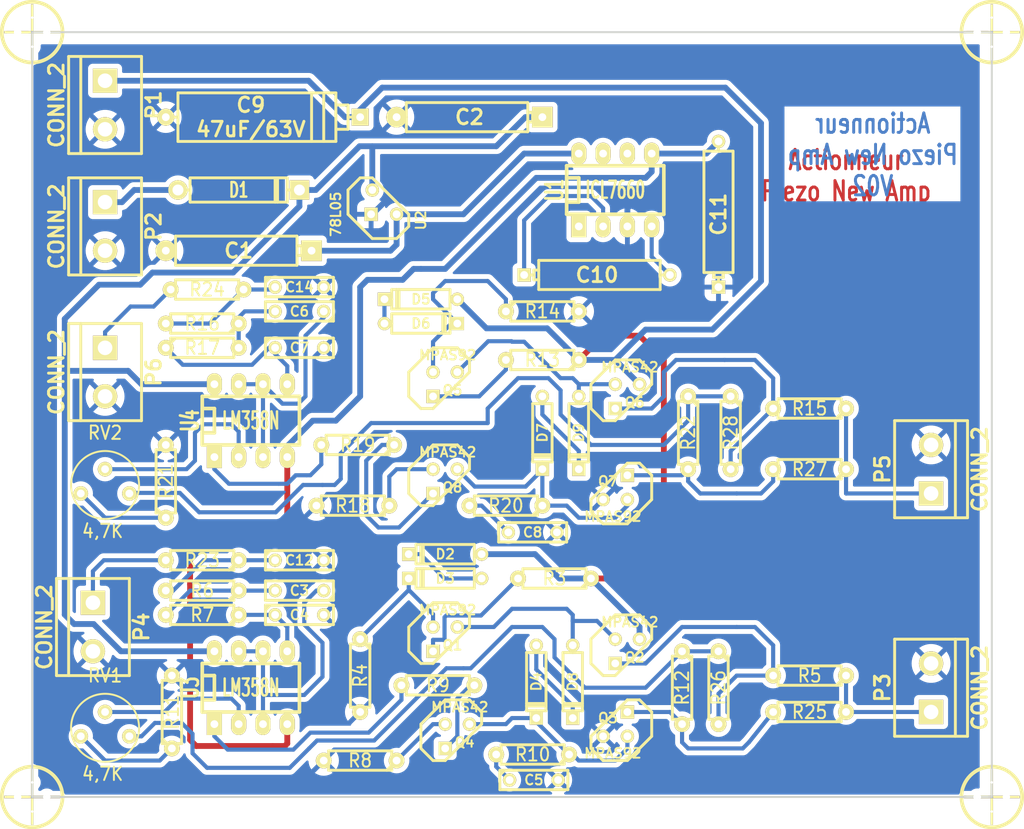
<source format=kicad_pcb>
(kicad_pcb (version 20230620) (generator pcbnew)
  (title_block (title "Actionneur_piezo"))
  (layers (0 "F.Cu" power "Composant") (31 "B.Cu" signal "Cuivre") (34 "B.Paste" user) (35 "F.Paste" user) (36 "B.SilkS" user "B.Silkscreen") (37 "F.SilkS" user "F.Silkscreen") (38 "B.Mask" user) (39 "F.Mask" user) (44 "Edge.Cuts" user))
  (net 0 "")
  (net 1 "+12V")
  (net 2 "-VAA")
  (net 3 "/12Vext")
  (net 4 "/ampli_h1")
  (net 5 "/ampli_h2")
  (net 6 "/ampli_h3")
  (net 7 "/ampli_h4")
  (net 8 "/ampli_h5")
  (net 9 "/ampli_h6")
  (net 10 "/ampli_h7")
  (net 11 "/ampli_h8")
  (net 12 "GND")
  (net 13 "HT")
  (net 14 "N-000005")
  (net 15 "N-000010")
  (net 16 "N-000011")
  (net 17 "N-000012")
  (net 18 "N-000013")
  (net 19 "N-000014")
  (net 20 "N-000015")
  (net 21 "N-000016")
  (net 22 "N-000017")
  (net 23 "N-000018")
  (net 24 "N-000019")
  (net 25 "N-000020")
  (net 26 "N-000021")
  (net 27 "N-000022")
  (net 28 "N-000023")
  (net 29 "N-000024")
  (net 30 "N-000025")
  (net 31 "N-000026")
  (net 32 "N-000027")
  (net 33 "N-000032")
  (net 34 "N-000033")
  (net 35 "N-000034")
  (net 36 "N-000035")
  (net 37 "N-000036")
  (net 38 "N-000037")
  (net 39 "N-000038")
  (net 40 "N-000039")
  (net 41 "N-000040")
  (net 42 "N-000041")
  (net 43 "N-000042")
  (net 44 "N-000043")
  (net 45 "N-000044")
  (net 46 "N-000045")
  (net 47 "N-000046")
  (net 48 "N-000047")
  (net 49 "N-000048")
  (net 50 "VCC")
  (footprint "bornier2" (layer "F.Cu") (at 95.885 59.436 -90)
    (property "Reference" "P1")
    (property "Value" "CONN_2")
  )
  (footprint "bornier2" (layer "F.Cu") (at 182.245 120.396 90)
    (property "Reference" "P3")
    (property "Value" "CONN_2")
  )
  (footprint "C2" (layer "F.Cu") (at 140.589 104.14)
    (property "Reference" "C8")
    (property "Value" "820pF" hide)
  )
  (footprint "C2" (layer "F.Cu") (at 116.205 112.776)
    (property "Reference" "C4")
    (property "Value" "4,7nF" hide)
  )
  (footprint "CP6" (layer "F.Cu") (at 133.985 60.706 180)
    (property "Reference" "C2")
    (property "Value" "47uF/20V" hide)
  )
  (footprint "CP8" (layer "F.Cu") (at 112.395 60.706 180)
    (property "Reference" "C9")
    (property "Value" "47uF/63V")
  )
  (footprint "C2" (layer "F.Cu") (at 140.716 130.048)
    (property "Reference" "C5")
    (property "Value" "820pF" hide)
  )
  (footprint "C2" (layer "F.Cu") (at 116.205 110.236 180)
    (property "Reference" "C3")
    (property "Value" "15nF" hide)
  )
  (footprint "C2" (layer "F.Cu") (at 116.205 81.026 180)
    (property "Reference" "C6")
    (property "Value" "15nF" hide)
  )
  (footprint "CP6" (layer "F.Cu") (at 109.855 74.676 180)
    (property "Reference" "C1")
    (property "Value" "47uF" hide)
  )
  (footprint "C2" (layer "F.Cu") (at 116.205 84.836)
    (property "Reference" "C7")
    (property "Value" "4,7nF" hide)
  )
  (footprint "D3" (layer "F.Cu") (at 128.905 82.296)
    (property "Reference" "D6")
    (property "Value" "1N4148" hide)
  )
  (footprint "D3" (layer "F.Cu") (at 140.97 119.761 -90)
    (property "Reference" "D4")
    (property "Value" "1N4148" hide)
  )
  (footprint "D3" (layer "F.Cu") (at 131.445 108.966 180)
    (property "Reference" "D3")
    (property "Value" "1N4148" hide)
  )
  (footprint "D3" (layer "F.Cu") (at 131.445 106.426 180)
    (property "Reference" "D2")
    (property "Value" "1N4148" hide)
  )
  (footprint "D5" (layer "F.Cu") (at 109.855 68.326)
    (property "Reference" "D1")
    (property "Value" "1N4007" hide)
  )
  (footprint "D3" (layer "F.Cu") (at 141.605 93.726 -90)
    (property "Reference" "D7")
    (property "Value" "1N4148" hide)
  )
  (footprint "D3" (layer "F.Cu") (at 128.905 79.756 180)
    (property "Reference" "D5")
    (property "Value" "1N4148" hide)
  )
  (footprint "LM78LXX" (layer "F.Cu") (at 125.095 69.596 90)
    (property "Reference" "U2")
    (property "Value" "78L05")
  )
  (footprint "R3-LARGE_PADS" (layer "F.Cu") (at 156.21 120.396 -90)
    (property "Reference" "R12")
    (property "Value" "220K" hide)
  )
  (footprint "R3-LARGE_PADS" (layer "F.Cu") (at 106.045 84.836)
    (property "Reference" "R17")
    (property "Value" "22K" hide)
  )
  (footprint "R3-LARGE_PADS" (layer "F.Cu") (at 142.875 108.966 180)
    (property "Reference" "R3")
    (property "Value" "470" hide)
  )
  (footprint "R3-LARGE_PADS" (layer "F.Cu") (at 121.793 101.346 180)
    (property "Reference" "R18")
    (property "Value" "1K" hide)
  )
  (footprint "R3-LARGE_PADS" (layer "F.Cu") (at 169.545 119.126 180)
    (property "Reference" "R5")
    (property "Value" "47" hide)
  )
  (footprint "R3-LARGE_PADS" (layer "F.Cu") (at 122.555 128.016 180)
    (property "Reference" "R8")
    (property "Value" "1K" hide)
  )
  (footprint "R3-LARGE_PADS" (layer "F.Cu") (at 141.605 86.106 180)
    (property "Reference" "R13")
    (property "Value" "470" hide)
  )
  (footprint "R3-LARGE_PADS" (layer "F.Cu") (at 156.845 93.726 -90)
    (property "Reference" "R22")
    (property "Value" "220K" hide)
  )
  (footprint "R3-LARGE_PADS" (layer "F.Cu") (at 102.87 122.936 90)
    (property "Reference" "R11")
    (property "Value" "4,7K" hide)
  )
  (footprint "R3-LARGE_PADS" (layer "F.Cu") (at 106.045 110.236 180)
    (property "Reference" "R6")
    (property "Value" "22K" hide)
  )
  (footprint "R3-LARGE_PADS" (layer "F.Cu") (at 102.235 98.806 90)
    (property "Reference" "R21")
    (property "Value" "4,7K" hide)
  )
  (footprint "R3-LARGE_PADS" (layer "F.Cu") (at 106.045 82.296 180)
    (property "Reference" "R16")
    (property "Value" "22K" hide)
  )
  (footprint "R3-LARGE_PADS" (layer "F.Cu") (at 122.301 94.996 180)
    (property "Reference" "R19")
    (property "Value" "1K" hide)
  )
  (footprint "R3-LARGE_PADS" (layer "F.Cu") (at 140.589 127.381 180)
    (property "Reference" "R10")
    (property "Value" "5,6K" hide)
  )
  (footprint "R3-LARGE_PADS" (layer "F.Cu") (at 137.795 101.346 180)
    (property "Reference" "R20")
    (property "Value" "5,6K" hide)
  )
  (footprint "R3-LARGE_PADS" (layer "F.Cu") (at 122.555 119.126 -90)
    (property "Reference" "R4")
    (property "Value" "220K" hide)
  )
  (footprint "R3-LARGE_PADS" (layer "F.Cu") (at 106.045 112.776 180)
    (property "Reference" "R7")
    (property "Value" "22K" hide)
  )
  (footprint "TO92-CBE" (layer "F.Cu") (at 149.225 124.206 180)
    (property "Reference" "Q3")
    (property "Value" "MPAS92")
  )
  (footprint "TO92-CBE" (layer "F.Cu") (at 131.445 88.646)
    (property "Reference" "Q5")
    (property "Value" "MPAS92")
  )
  (footprint "TO92-CBE" (layer "F.Cu") (at 149.225 99.441 180)
    (property "Reference" "Q7")
    (property "Value" "MPAS92")
  )
  (footprint "TO92-CBE" (layer "F.Cu") (at 150.495 89.916)
    (property "Reference" "Q6")
    (property "Value" "MPAS42")
  )
  (footprint "TO92-CBE" (layer "F.Cu") (at 131.445 115.316)
    (property "Reference" "Q1")
    (property "Value" "MPAS92")
  )
  (footprint "TO92-CBE" (layer "F.Cu") (at 150.495 116.586)
    (property "Reference" "Q2")
    (property "Value" "MPAS42")
  )
  (footprint "TO92-CBE" (layer "F.Cu") (at 132.715 125.476)
    (property "Reference" "Q4")
    (property "Value" "MPAS42")
  )
  (footprint "TO92-CBE" (layer "F.Cu") (at 131.445 98.806)
    (property "Reference" "Q8")
    (property "Value" "MPAS42")
  )
  (footprint "bornier2" (layer "F.Cu") (at 95.885 72.136 -90)
    (property "Reference" "P2")
    (property "Value" "CONN_2")
  )
  (footprint "DIP-8__300_ELL" (layer "F.Cu") (at 149.225 68.326)
    (property "Reference" "U1")
    (property "Value" "ICL7660")
  )
  (footprint "DIP-8__300_ELL" (layer "F.Cu") (at 111.125 92.456)
    (property "Reference" "U4")
    (property "Value" "LM358N")
  )
  (footprint "bornier2" (layer "F.Cu") (at 94.615 114.046 -90)
    (property "Reference" "P4")
    (property "Value" "CONN_2")
  )
  (footprint "bornier2" (layer "F.Cu") (at 182.245 97.536 90)
    (property "Reference" "P5")
    (property "Value" "CONN_2")
  )
  (footprint "bornier2" (layer "F.Cu") (at 95.885 87.376 -90)
    (property "Reference" "P6")
    (property "Value" "CONN_2")
  )
  (footprint "DIP-8__300_ELL" (layer "F.Cu") (at 111.125 120.396)
    (property "Reference" "U3")
    (property "Value" "LM358N")
  )
  (footprint "R3-LARGE_PADS" (layer "F.Cu") (at 130.683 120.142 180)
    (property "Reference" "R9")
    (property "Value" "1K" hide)
  )
  (footprint "R3-LARGE_PADS" (layer "F.Cu") (at 169.545 91.186 180)
    (property "Reference" "R15")
    (property "Value" "47" hide)
  )
  (footprint "RV2" (layer "F.Cu") (at 95.885 124.206)
    (property "Reference" "RV1")
    (property "Value" "4,7K")
  )
  (footprint "RV2" (layer "F.Cu") (at 95.885 98.806)
    (property "Reference" "RV2")
    (property "Value" "4,7K")
  )
  (footprint "MIRE" (layer "F.Cu") (at 188.595 51.816)
    (property "Reference" "MIRE" hide)
    (property "Value" "*" hide)
  )
  (footprint "MIRE" (layer "F.Cu") (at 88.265 51.816)
    (property "Reference" "MIRE" hide)
    (property "Value" "*" hide)
  )
  (footprint "MIRE" (layer "F.Cu") (at 88.265 131.826)
    (property "Reference" "MIRE" hide)
    (property "Value" "*" hide)
  )
  (footprint "MIRE" (layer "F.Cu") (at 188.595 131.826)
    (property "Reference" "MIRE" hide)
    (property "Value" "*" hide)
  )
  (footprint "CP6" (layer "F.Cu") (at 147.32 77.216)
    (property "Reference" "C10")
    (property "Value" "10uF" hide)
  )
  (footprint "CP6" (layer "F.Cu") (at 160.02 70.866 90)
    (property "Reference" "C11")
    (property "Value" "10uF" hide)
  )
  (footprint "R3-LARGE_PADS" (layer "F.Cu") (at 141.605 81.026)
    (property "Reference" "R14")
    (property "Value" "220K" hide)
  )
  (footprint "C2" (layer "F.Cu") (at 116.205 78.486)
    (property "Reference" "C14")
    (property "Value" "150nF" hide)
  )
  (footprint "C2" (layer "F.Cu") (at 116.205 107.061)
    (property "Reference" "C12")
    (property "Value" "150nF" hide)
  )
  (footprint "R3-LARGE_PADS" (layer "F.Cu") (at 106.045 107.061 180)
    (property "Reference" "R23")
    (property "Value" "1K" hide)
  )
  (footprint "R3-LARGE_PADS" (layer "F.Cu") (at 106.553 78.74 180)
    (property "Reference" "R24")
    (property "Value" "1K" hide)
  )
  (footprint "D3" (layer "F.Cu") (at 145.415 93.726 -90)
    (property "Reference" "D9")
    (property "Value" "1N4148" hide)
  )
  (footprint "D3" (layer "F.Cu") (at 144.78 119.761 -90)
    (property "Reference" "D8")
    (property "Value" "1N4148" hide)
  )
  (footprint "R3-LARGE_PADS" (layer "F.Cu") (at 169.545 122.936 180)
    (property "Reference" "R25")
    (property "Value" "47" hide)
  )
  (footprint "R3-LARGE_PADS" (layer "F.Cu") (at 160.02 120.396 -90)
    (property "Reference" "R26")
    (property "Value" "220K" hide)
  )
  (footprint "R3-LARGE_PADS" (layer "F.Cu") (at 169.545 97.536 180)
    (property "Reference" "R27")
    (property "Value" "47" hide)
  )
  (footprint "R3-LARGE_PADS" (layer "F.Cu") (at 161.29 93.726 -90)
    (property "Reference" "R28")
    (property "Value" "220K" hide)
  )
  (gr_line (start 88.265 51.816) (end 188.595 51.816) (stroke (width 0.2032)) (layer "Edge.Cuts"))
  (gr_line (start 88.265 131.826) (end 88.265 51.816) (stroke (width 0.2032)) (layer "Edge.Cuts"))
  (gr_line (start 188.595 131.826) (end 88.265 131.826) (stroke (width 0.2032)) (layer "Edge.Cuts"))
  (gr_line (start 188.595 51.816) (end 188.595 131.826) (stroke (width 0.2032)) (layer "Edge.Cuts"))
  (gr_text "Actionneur\nPiezo New Amp\nV02" (at 173.355 68.453 0) (layer "F.Cu") (effects (font (size 2.032 1.524) (thickness 0.3048))))
  (gr_text "Actionneur\nPiezo New Amp\nV02" (at 176.149 64.643 0) (layer "B.Cu") (effects (font (size 2.032 1.524) (thickness 0.3048)) (justify mirror)))
  (segment (start 116.205 70.03542) (end 109.27842 76.962) (width 0.6096) (layer "B.Cu") (net 1))
  (segment (start 94.68866 113.73358) (end 92.64904 113.73358) (width 0.6096) (layer "B.Cu") (net 1))
  (segment (start 100.838 76.962) (end 109.27842 76.962) (width 0.6096) (layer "B.Cu") (net 1))
  (segment (start 91.6686 87.249) (end 98.298 87.249) (width 0.6096) (layer "B.Cu") (net 1))
  (segment (start 97.54108 116.586) (end 94.68866 113.73358) (width 0.6096) (layer "B.Cu") (net 1))
  (segment (start 91.6686 81.8134) (end 95.25 78.232) (width 0.6096) (layer "B.Cu") (net 1))
  (segment (start 116.205 68.326) (end 117.91442 68.326) (width 0.6096) (layer "B.Cu") (net 1))
  (segment (start 99.695 88.646) (end 107.315 88.646) (width 0.6096) (layer "B.Cu") (net 1))
  (segment (start 123.825 68.326) (end 123.825 63.74892) (width 0.6096) (layer "B.Cu") (net 1))
  (segment (start 116.205 68.326) (end 116.205 70.03542) (width 0.6096) (layer "B.Cu") (net 1))
  (segment (start 91.6686 112.75314) (end 91.6686 87.249) (width 0.6096) (layer "B.Cu") (net 1))
  (segment (start 136.78916 63.74892) (end 139.83208 60.706) (width 0.6096) (layer "B.Cu") (net 1))
  (segment (start 98.298 87.249) (end 99.695 88.646) (width 0.6096) (layer "B.Cu") (net 1))
  (segment (start 123.825 63.74892) (end 136.78916 63.74892) (width 0.6096) (layer "B.Cu") (net 1))
  (segment (start 99.568 78.232) (end 100.838 76.962) (width 0.6096) (layer "B.Cu") (net 1))
  (segment (start 141.605 60.706) (end 139.83208 60.706) (width 0.6096) (layer "B.Cu") (net 1))
  (segment (start 117.91442 68.326) (end 122.4915 63.74892) (width 0.6096) (layer "B.Cu") (net 1))
  (segment (start 92.64904 113.73358) (end 91.6686 112.75314) (width 0.6096) (layer "B.Cu") (net 1))
  (segment (start 95.25 78.232) (end 99.568 78.232) (width 0.6096) (layer "B.Cu") (net 1))
  (segment (start 122.4915 63.74892) (end 123.825 63.74892) (width 0.6096) (layer "B.Cu") (net 1))
  (segment (start 91.6686 85.4837) (end 91.6686 81.8134) (width 0.6096) (layer "B.Cu") (net 1))
  (segment (start 107.315 116.586) (end 97.54108 116.586) (width 0.6096) (layer "B.Cu") (net 1))
  (segment (start 91.6686 87.249) (end 91.6686 85.4837) (width 0.6096) (layer "B.Cu") (net 1))
  (segment (start 114.935 126.238) (end 114.935 124.206) (width 0.6096) (layer "F.Cu") (net 2))
  (segment (start 104.775 106.807) (end 104.775 109.601) (width 0.6096) (layer "F.Cu") (net 2))
  (segment (start 107.061 104.521) (end 104.775 106.807) (width 0.6096) (layer "F.Cu") (net 2))
  (segment (start 112.776 104.521) (end 107.061 104.521) (width 0.6096) (layer "F.Cu") (net 2))
  (segment (start 114.935 96.266) (end 114.935 102.108) (width 0.6096) (layer "F.Cu") (net 2))
  (segment (start 104.775 109.601) (end 104.775 125.857) (width 0.6096) (layer "F.Cu") (net 2))
  (segment (start 105.41 126.492) (end 104.775 125.857) (width 0.6096) (layer "F.Cu") (net 2))
  (segment (start 114.935 102.108) (end 114.935 102.362) (width 0.6096) (layer "F.Cu") (net 2))
  (segment (start 114.681 126.492) (end 114.935 126.238) (width 0.6096) (layer "F.Cu") (net 2))
  (segment (start 114.935 102.362) (end 112.776 104.521) (width 0.6096) (layer "F.Cu") (net 2))
  (segment (start 113.411 126.492) (end 114.681 126.492) (width 0.6096) (layer "F.Cu") (net 2))
  (segment (start 113.411 126.492) (end 105.41 126.492) (width 0.6096) (layer "F.Cu") (net 2))
  (segment (start 153.035 64.516) (end 158.75 64.516) (width 0.6096) (layer "B.Cu") (net 2))
  (segment (start 114.935 95.123) (end 117.602 92.456) (width 0.6096) (layer "B.Cu") (net 2))
  (segment (start 128.143 76.581) (end 127 77.724) (width 0.6096) (layer "B.Cu") (net 2))
  (segment (start 123.317 77.724) (end 122.555 78.486) (width 0.6096) (layer "B.Cu") (net 2))
  (segment (start 114.935 96.266) (end 114.935 95.123) (width 0.6096) (layer "B.Cu") (net 2))
  (segment (start 152.4 67.056) (end 153.035 66.421) (width 0.6096) (layer "B.Cu") (net 2))
  (segment (start 153.035 66.421) (end 153.035 64.516) (width 0.6096) (layer "B.Cu") (net 2))
  (segment (start 120.015 92.456) (end 122.555 89.916) (width 0.6096) (layer "B.Cu") (net 2))
  (segment (start 117.602 92.456) (end 120.015 92.456) (width 0.6096) (layer "B.Cu") (net 2))
  (segment (start 122.555 89.916) (end 122.555 78.486) (width 0.6096) (layer "B.Cu") (net 2))
  (segment (start 131.445 76.581) (end 140.97 67.056) (width 0.6096) (layer "B.Cu") (net 2))
  (segment (start 128.905 76.581) (end 128.143 76.581) (width 0.6096) (layer "B.Cu") (net 2))
  (segment (start 140.97 67.056) (end 152.4 67.056) (width 0.6096) (layer "B.Cu") (net 2))
  (segment (start 127 77.724) (end 123.317 77.724) (width 0.6096) (layer "B.Cu") (net 2))
  (segment (start 158.75 64.516) (end 160.02 63.246) (width 0.6096) (layer "B.Cu") (net 2))
  (segment (start 128.905 76.581) (end 131.445 76.581) (width 0.6096) (layer "B.Cu") (net 2))
  (segment (start 98.92792 68.326) (end 97.65792 69.596) (width 0.6096) (layer "B.Cu") (net 3))
  (segment (start 103.505 68.326) (end 98.92792 68.326) (width 0.6096) (layer "B.Cu") (net 3))
  (segment (start 95.885 69.596) (end 97.65792 69.596) (width 0.6096) (layer "B.Cu") (net 3))
  (segment (start 118.618 119.253) (end 116.713 121.158) (width 0.4318) (layer "B.Cu") (net 4))
  (segment (start 112.395 124.206) (end 112.395 121.158) (width 0.4318) (layer "B.Cu") (net 4))
  (segment (start 116.713 121.158) (end 112.395 121.158) (width 0.4318) (layer "B.Cu") (net 4))
  (segment (start 116.713 112.522) (end 116.713 113.792) (width 0.4318) (layer "B.Cu") (net 4))
  (segment (start 117.983 110.236) (end 116.713 111.506) (width 0.4318) (layer "B.Cu") (net 4))
  (segment (start 112.395 116.586) (end 109.855 116.586) (width 0.4318) (layer "B.Cu") (net 4))
  (segment (start 118.618 115.697) (end 118.618 119.253) (width 0.4318) (layer "B.Cu") (net 4))
  (segment (start 112.395 121.158) (end 112.395 116.586) (width 0.4318) (layer "B.Cu") (net 4))
  (segment (start 118.745 110.236) (end 117.983 110.236) (width 0.4318) (layer "B.Cu") (net 4))
  (segment (start 116.713 111.506) (end 116.713 112.522) (width 0.4318) (layer "B.Cu") (net 4))
  (segment (start 116.713 113.792) (end 118.618 115.697) (width 0.4318) (layer "B.Cu") (net 4))
  (segment (start 116.84 83.566) (end 116.84 89.916) (width 0.4318) (layer "B.Cu") (net 5))
  (segment (start 109.855 88.646) (end 112.395 88.646) (width 0.4318) (layer "B.Cu") (net 5))
  (segment (start 116.078 90.678) (end 114.427 90.678) (width 0.4318) (layer "B.Cu") (net 5))
  (segment (start 112.395 88.646) (end 112.395 96.266) (width 0.4318) (layer "B.Cu") (net 5))
  (segment (start 118.745 81.661) (end 116.84 83.566) (width 0.4318) (layer "B.Cu") (net 5))
  (segment (start 114.427 90.678) (end 112.395 88.646) (width 0.4318) (layer "B.Cu") (net 5))
  (segment (start 116.84 89.916) (end 116.078 90.678) (width 0.4318) (layer "B.Cu") (net 5))
  (segment (start 118.745 81.026) (end 118.745 81.661) (width 0.4318) (layer "B.Cu") (net 5))
  (segment (start 173.355 122.936) (end 173.355 119.126) (width 0.4318) (layer "B.Cu") (net 6))
  (segment (start 173.355 122.936) (end 182.245 122.936) (width 0.4318) (layer "B.Cu") (net 6))
  (segment (start 95.758 107.061) (end 102.235 107.061) (width 0.4318) (layer "B.Cu") (net 7))
  (segment (start 94.615 111.506) (end 94.615 108.204) (width 0.4318) (layer "B.Cu") (net 7))
  (segment (start 94.615 108.204) (end 95.758 107.061) (width 0.4318) (layer "B.Cu") (net 7))
  (segment (start 173.355 97.536) (end 173.355 100.076) (width 0.4318) (layer "B.Cu") (net 8))
  (segment (start 173.355 100.076) (end 182.245 100.076) (width 0.4318) (layer "B.Cu") (net 8))
  (segment (start 173.355 97.536) (end 173.355 91.186) (width 0.4318) (layer "B.Cu") (net 8))
  (segment (start 95.885 84.836) (end 95.885 83.185) (width 0.4318) (layer "B.Cu") (net 9))
  (segment (start 98.552 80.518) (end 100.965 80.518) (width 0.4318) (layer "B.Cu") (net 9))
  (segment (start 95.885 83.185) (end 98.552 80.518) (width 0.4318) (layer "B.Cu") (net 9))
  (segment (start 100.965 80.518) (end 102.743 78.74) (width 0.4318) (layer "B.Cu") (net 9))
  (segment (start 118.0465 125.9205) (end 117.221 126.746) (width 0.4318) (layer "B.Cu") (net 10))
  (segment (start 101.092 124.079) (end 103.886 124.079) (width 0.4318) (layer "B.Cu") (net 10))
  (segment (start 98.425 125.476) (end 99.695 125.476) (width 0.4318) (layer "B.Cu") (net 10))
  (segment (start 142.875 115.316) (end 142.875 117.221) (width 0.4318) (layer "B.Cu") (net 10))
  (segment (start 138.43 114.046) (end 141.605 114.046) (width 0.4318) (layer "B.Cu") (net 10))
  (segment (start 103.886 124.079) (end 105.029 125.222) (width 0.4318) (layer "B.Cu") (net 10))
  (segment (start 124.0155 125.9205) (end 131.572 118.364) (width 0.4318) (layer "B.Cu") (net 10))
  (segment (start 134.112 118.364) (end 138.43 114.046) (width 0.4318) (layer "B.Cu") (net 10))
  (segment (start 142.875 117.221) (end 146.05 120.396) (width 0.4318) (layer "B.Cu") (net 10))
  (segment (start 117.221 126.746) (end 115.189 128.778) (width 0.4318) (layer "B.Cu") (net 10))
  (segment (start 124.0155 125.9205) (end 118.0465 125.9205) (width 0.4318) (layer "B.Cu") (net 10))
  (segment (start 133.35 118.364) (end 134.112 118.364) (width 0.4318) (layer "B.Cu") (net 10))
  (segment (start 160.02 116.586) (end 156.21 116.586) (width 0.4318) (layer "B.Cu") (net 10))
  (segment (start 152.4 120.396) (end 146.05 120.396) (width 0.4318) (layer "B.Cu") (net 10))
  (segment (start 106.553 128.778) (end 105.029 127.254) (width 0.4318) (layer "B.Cu") (net 10))
  (segment (start 99.695 125.476) (end 101.092 124.079) (width 0.4318) (layer "B.Cu") (net 10))
  (segment (start 141.605 114.046) (end 142.875 115.316) (width 0.4318) (layer "B.Cu") (net 10))
  (segment (start 115.189 128.778) (end 106.553 128.778) (width 0.4318) (layer "B.Cu") (net 10))
  (segment (start 131.572 118.364) (end 133.35 118.364) (width 0.4318) (layer "B.Cu") (net 10))
  (segment (start 152.4 120.396) (end 156.21 116.586) (width 0.4318) (layer "B.Cu") (net 10))
  (segment (start 105.029 125.222) (end 105.029 127.254) (width 0.4318) (layer "B.Cu") (net 10))
  (segment (start 143.51 89.281) (end 143.51 91.821) (width 0.4318) (layer "B.Cu") (net 11))
  (segment (start 142.24 88.011) (end 143.51 89.281) (width 0.4318) (layer "B.Cu") (net 11))
  (segment (start 120.523 95.885) (end 120.523 98.552) (width 0.4318) (layer "B.Cu") (net 11))
  (segment (start 105.7275 102.0445) (end 103.69804 100.01504) (width 0.4318) (layer "B.Cu") (net 11))
  (segment (start 135.89 92.71) (end 123.698 92.71) (width 0.4318) (layer "B.Cu") (net 11))
  (segment (start 116.586 99.187) (end 116.078 99.695) (width 0.4318) (layer "B.Cu") (net 11))
  (segment (start 143.51 91.821) (end 146.685 94.996) (width 0.4318) (layer "B.Cu") (net 11))
  (segment (start 135.89 91.186) (end 139.065 88.011) (width 0.4318) (layer "B.Cu") (net 11))
  (segment (start 105.7275 102.0445) (end 113.7285 102.0445) (width 0.4318) (layer "B.Cu") (net 11))
  (segment (start 118.618 99.187) (end 116.586 99.187) (width 0.4318) (layer "B.Cu") (net 11))
  (segment (start 156.845 89.916) (end 156.845 92.456) (width 0.4318) (layer "B.Cu") (net 11))
  (segment (start 156.845 89.916) (end 161.29 89.916) (width 0.4318) (layer "B.Cu") (net 11))
  (segment (start 113.7285 102.0445) (end 116.078 99.695) (width 0.4318) (layer "B.Cu") (net 11))
  (segment (start 98.425 100.076) (end 98.48596 100.01504) (width 0.4318) (layer "B.Cu") (net 11))
  (segment (start 119.888 99.187) (end 120.523 98.552) (width 0.4318) (layer "B.Cu") (net 11))
  (segment (start 118.618 99.187) (end 119.888 99.187) (width 0.4318) (layer "B.Cu") (net 11))
  (segment (start 135.89 92.71) (end 135.89 91.186) (width 0.4318) (layer "B.Cu") (net 11))
  (segment (start 156.845 92.456) (end 154.305 94.996) (width 0.4318) (layer "B.Cu") (net 11))
  (segment (start 123.698 92.71) (end 120.523 95.885) (width 0.4318) (layer "B.Cu") (net 11))
  (segment (start 98.48596 100.01504) (end 103.69804 100.01504) (width 0.4318) (layer "B.Cu") (net 11))
  (segment (start 154.305 94.996) (end 146.685 94.996) (width 0.4318) (layer "B.Cu") (net 11))
  (segment (start 139.065 88.011) (end 142.24 88.011) (width 0.4318) (layer "B.Cu") (net 11))
  (segment (start 151.765 68.961) (end 156.21 68.961) (width 0.6096) (layer "B.Cu") (net 12))
  (segment (start 150.495 72.136) (end 150.495 70.231) (width 0.6096) (layer "B.Cu") (net 12))
  (segment (start 156.21 68.961) (end 160.02 72.771) (width 0.6096) (layer "B.Cu") (net 12))
  (segment (start 150.495 70.231) (end 151.765 68.961) (width 0.6096) (layer "B.Cu") (net 12))
  (segment (start 123.825 70.866) (end 125.73 68.961) (width 0.6096) (layer "B.Cu") (net 12))
  (segment (start 123.698 70.866) (end 123.825 70.866) (width 0.6096) (layer "B.Cu") (net 12))
  (segment (start 160.02 72.771) (end 160.02 78.486) (width 0.6096) (layer "B.Cu") (net 12))
  (segment (start 151.765 108.966) (end 146.685 108.966) (width 0.6096) (layer "F.Cu") (net 13))
  (segment (start 147.955 83.566) (end 151.765 83.566) (width 0.6096) (layer "F.Cu") (net 13))
  (segment (start 145.415 86.106) (end 147.955 83.566) (width 0.6096) (layer "F.Cu") (net 13))
  (segment (start 151.765 83.566) (end 154.305 86.106) (width 0.6096) (layer "F.Cu") (net 13))
  (segment (start 154.305 86.106) (end 154.305 106.426) (width 0.6096) (layer "F.Cu") (net 13))
  (segment (start 154.305 106.426) (end 151.765 108.966) (width 0.6096) (layer "F.Cu") (net 13))
  (segment (start 160.74136 57.61736) (end 164.465 61.341) (width 0.6096) (layer "B.Cu") (net 13))
  (segment (start 140.716 106.426) (end 140.843 106.426) (width 0.6096) (layer "B.Cu") (net 13))
  (segment (start 151.765 88.646) (end 149.225 86.106) (width 0.6096) (layer "B.Cu") (net 13))
  (segment (start 121.76506 60.706) (end 124.8537 57.61736) (width 0.6096) (layer "B.Cu") (net 13))
  (segment (start 124.8537 57.61736) (end 160.74136 57.61736) (width 0.6096) (layer "B.Cu") (net 13))
  (segment (start 149.225 86.106) (end 145.415 86.106) (width 0.6096) (layer "B.Cu") (net 13))
  (segment (start 140.843 106.426) (end 143.383 108.966) (width 0.6096) (layer "B.Cu") (net 13))
  (segment (start 152.4 82.931) (end 149.225 86.106) (width 0.6096) (layer "B.Cu") (net 13))
  (segment (start 164.465 61.341) (end 164.465 77.851) (width 0.6096) (layer "B.Cu") (net 13))
  (segment (start 132.715 79.756) (end 135.76046 82.80146) (width 0.6096) (layer "B.Cu") (net 13))
  (segment (start 143.383 108.966) (end 146.685 108.966) (width 0.6096) (layer "B.Cu") (net 13))
  (segment (start 122.555 60.706) (end 121.76506 60.706) (width 0.6096) (layer "B.Cu") (net 13))
  (segment (start 121.76506 60.706) (end 120.97258 60.706) (width 0.6096) (layer "B.Cu") (net 13))
  (segment (start 151.765 115.316) (end 151.765 114.04854) (width 0.6096) (layer "B.Cu") (net 13))
  (segment (start 164.465 77.851) (end 159.385 82.931) (width 0.6096) (layer "B.Cu") (net 13))
  (segment (start 159.385 82.931) (end 152.4 82.931) (width 0.6096) (layer "B.Cu") (net 13))
  (segment (start 117.16258 56.896) (end 95.885 56.896) (width 0.6096) (layer "B.Cu") (net 13))
  (segment (start 120.97258 60.706) (end 117.16258 56.896) (width 0.6096) (layer "B.Cu") (net 13))
  (segment (start 135.255 106.426) (end 140.716 106.426) (width 0.6096) (layer "B.Cu") (net 13))
  (segment (start 135.76046 82.80146) (end 142.11046 82.80146) (width 0.6096) (layer "B.Cu") (net 13))
  (segment (start 142.11046 82.80146) (end 145.415 86.106) (width 0.6096) (layer "B.Cu") (net 13))
  (segment (start 151.765 114.04854) (end 150.93696 113.21542) (width 0.6096) (layer "B.Cu") (net 13))
  (segment (start 146.685 108.966) (end 150.93696 113.21542) (width 0.6096) (layer "B.Cu") (net 13))
  (segment (start 153.035 72.136) (end 153.035 75.311) (width 0.4318) (layer "B.Cu") (net 14))
  (segment (start 153.035 75.311) (end 154.94 77.216) (width 0.4318) (layer "B.Cu") (net 14))
  (segment (start 146.685 68.961) (end 147.955 70.231) (width 0.4318) (layer "B.Cu") (net 15))
  (segment (start 139.7 71.501) (end 142.24 68.961) (width 0.4318) (layer "B.Cu") (net 15))
  (segment (start 139.7 77.216) (end 139.7 71.501) (width 0.4318) (layer "B.Cu") (net 15))
  (segment (start 147.955 70.231) (end 147.955 72.136) (width 0.4318) (layer "B.Cu") (net 15))
  (segment (start 142.24 68.961) (end 146.685 68.961) (width 0.4318) (layer "B.Cu") (net 15))
  (segment (start 132.715 125.476) (end 131.445 126.746) (width 0.4318) (layer "B.Cu") (net 16))
  (segment (start 134.493 120.142) (end 134.112 120.142) (width 0.4318) (layer "B.Cu") (net 16))
  (segment (start 132.715 121.539) (end 132.715 125.476) (width 0.4318) (layer "B.Cu") (net 16))
  (segment (start 134.112 120.142) (end 132.715 121.539) (width 0.4318) (layer "B.Cu") (net 16))
  (segment (start 131.37642 108.966) (end 128.83642 106.426) (width 0.4318) (layer "B.Cu") (net 17))
  (segment (start 127.635 106.426) (end 128.83642 106.426) (width 0.4318) (layer "B.Cu") (net 17))
  (segment (start 135.255 108.966) (end 131.37642 108.966) (width 0.4318) (layer "B.Cu") (net 17))
  (segment (start 104.775 110.236) (end 109.855 110.236) (width 0.4318) (layer "B.Cu") (net 18))
  (segment (start 102.235 112.776) (end 104.775 110.236) (width 0.4318) (layer "B.Cu") (net 18))
  (segment (start 113.665 110.236) (end 109.855 110.236) (width 0.4318) (layer "B.Cu") (net 18))
  (segment (start 109.855 107.061) (end 113.665 107.061) (width 0.4318) (layer "B.Cu") (net 19))
  (segment (start 106.172 107.061) (end 109.855 107.061) (width 0.4318) (layer "B.Cu") (net 19))
  (segment (start 102.997 110.236) (end 106.172 107.061) (width 0.4318) (layer "B.Cu") (net 19))
  (segment (start 102.235 110.236) (end 102.997 110.236) (width 0.4318) (layer "B.Cu") (net 19))
  (segment (start 136.779 128.651) (end 138.176 130.048) (width 0.4318) (layer "B.Cu") (net 20))
  (segment (start 136.779 127.381) (end 136.779 128.651) (width 0.4318) (layer "B.Cu") (net 20))
  (segment (start 152.4 117.856) (end 149.225 117.856) (width 0.4318) (layer "B.Cu") (net 21))
  (segment (start 161.925 119.126) (end 165.735 119.126) (width 0.4318) (layer "B.Cu") (net 21))
  (segment (start 160.02 121.031) (end 161.925 119.126) (width 0.4318) (layer "B.Cu") (net 21))
  (segment (start 163.83 114.046) (end 161.925 114.046) (width 0.4318) (layer "B.Cu") (net 21))
  (segment (start 160.02 124.206) (end 160.02 121.031) (width 0.4318) (layer "B.Cu") (net 21))
  (segment (start 156.21 114.046) (end 152.4 117.856) (width 0.4318) (layer "B.Cu") (net 21))
  (segment (start 165.735 115.951) (end 163.83 114.046) (width 0.4318) (layer "B.Cu") (net 21))
  (segment (start 165.735 119.126) (end 165.735 115.951) (width 0.4318) (layer "B.Cu") (net 21))
  (segment (start 161.925 114.046) (end 156.21 114.046) (width 0.4318) (layer "B.Cu") (net 21))
  (segment (start 156.845 126.746) (end 162.56 126.746) (width 0.4318) (layer "B.Cu") (net 22))
  (segment (start 156.21 124.206) (end 156.21 126.111) (width 0.4318) (layer "B.Cu") (net 22))
  (segment (start 163.195 126.111) (end 165.735 122.936) (width 0.4318) (layer "B.Cu") (net 22))
  (segment (start 156.21 126.111) (end 156.845 126.746) (width 0.4318) (layer "B.Cu") (net 22))
  (segment (start 162.56 126.746) (end 163.195 126.111) (width 0.4318) (layer "B.Cu") (net 22))
  (segment (start 154.94 122.936) (end 156.21 124.206) (width 0.4318) (layer "B.Cu") (net 22))
  (segment (start 150.495 122.936) (end 154.94 122.936) (width 0.4318) (layer "B.Cu") (net 22))
  (segment (start 95.885 128.016) (end 101.6 128.016) (width 0.4318) (layer "B.Cu") (net 23))
  (segment (start 102.87 126.746) (end 101.6 128.016) (width 0.4318) (layer "B.Cu") (net 23))
  (segment (start 93.345 125.476) (end 95.885 128.016) (width 0.4318) (layer "B.Cu") (net 23))
  (segment (start 122.555 115.24742) (end 127.635 110.16742) (width 0.4318) (layer "B.Cu") (net 24))
  (segment (start 122.555 115.316) (end 122.555 115.24742) (width 0.4318) (layer "B.Cu") (net 24))
  (segment (start 127.635 110.16742) (end 130.175 112.70742) (width 0.4318) (layer "B.Cu") (net 24))
  (segment (start 130.175 112.70742) (end 130.175 114.046) (width 0.4318) (layer "B.Cu") (net 24))
  (segment (start 127.635 108.966) (end 127.635 110.16742) (width 0.4318) (layer "B.Cu") (net 24))
  (segment (start 130.175 124.206) (end 131.445 124.206) (width 0.4318) (layer "B.Cu") (net 25))
  (segment (start 126.365 128.016) (end 130.175 124.206) (width 0.4318) (layer "B.Cu") (net 25))
  (segment (start 108.712 126.873) (end 107.315 125.476) (width 0.4318) (layer "B.Cu") (net 26))
  (segment (start 116.5225 125.9205) (end 117.348 125.095) (width 0.4318) (layer "B.Cu") (net 26))
  (segment (start 115.57 126.873) (end 108.712 126.873) (width 0.4318) (layer "B.Cu") (net 26))
  (segment (start 117.348 125.095) (end 123.444 125.095) (width 0.4318) (layer "B.Cu") (net 26))
  (segment (start 116.5225 125.9205) (end 115.57 126.873) (width 0.4318) (layer "B.Cu") (net 26))
  (segment (start 126.873 121.666) (end 126.873 120.142) (width 0.4318) (layer "B.Cu") (net 26))
  (segment (start 123.444 125.095) (end 126.873 121.666) (width 0.4318) (layer "B.Cu") (net 26))
  (segment (start 107.315 125.476) (end 107.315 124.206) (width 0.4318) (layer "B.Cu") (net 26))
  (segment (start 103.505 121.539) (end 109.093 121.539) (width 0.4318) (layer "B.Cu") (net 27))
  (segment (start 102.108 122.936) (end 103.505 121.539) (width 0.4318) (layer "B.Cu") (net 27))
  (segment (start 95.885 122.936) (end 102.108 122.936) (width 0.4318) (layer "B.Cu") (net 27))
  (segment (start 109.093 121.539) (end 109.855 122.301) (width 0.4318) (layer "B.Cu") (net 27))
  (segment (start 109.855 122.301) (end 109.855 124.206) (width 0.4318) (layer "B.Cu") (net 27))
  (segment (start 144.78 122.301) (end 144.78 123.571) (width 0.4318) (layer "B.Cu") (net 28))
  (segment (start 140.97 115.951) (end 140.97 118.491) (width 0.4318) (layer "B.Cu") (net 28))
  (segment (start 140.97 118.491) (end 144.78 122.301) (width 0.4318) (layer "B.Cu") (net 28))
  (segment (start 113.665 112.776) (end 114.935 114.046) (width 0.4318) (layer "B.Cu") (net 29))
  (segment (start 114.935 114.046) (end 114.935 116.586) (width 0.4318) (layer "B.Cu") (net 29))
  (segment (start 109.855 112.776) (end 113.665 112.776) (width 0.4318) (layer "B.Cu") (net 29))
  (segment (start 140.97 123.571) (end 140.97 123.952) (width 0.4318) (layer "B.Cu") (net 30))
  (segment (start 144.78 127.381) (end 145.415 128.016) (width 0.4318) (layer "B.Cu") (net 30))
  (segment (start 140.97 123.952) (end 144.399 127.381) (width 0.4318) (layer "B.Cu") (net 30))
  (segment (start 133.985 124.206) (end 137.795 124.206) (width 0.4318) (layer "B.Cu") (net 30))
  (segment (start 145.415 128.016) (end 149.225 128.016) (width 0.4318) (layer "B.Cu") (net 30))
  (segment (start 138.43 123.571) (end 140.97 123.571) (width 0.4318) (layer "B.Cu") (net 30))
  (segment (start 137.795 124.206) (end 138.43 123.571) (width 0.4318) (layer "B.Cu") (net 30))
  (segment (start 149.225 128.016) (end 150.495 126.746) (width 0.4318) (layer "B.Cu") (net 30))
  (segment (start 150.495 126.746) (end 150.495 125.476) (width 0.4318) (layer "B.Cu") (net 30))
  (segment (start 144.399 127.381) (end 144.78 127.381) (width 0.4318) (layer "B.Cu") (net 30))
  (segment (start 144.78 113.411) (end 144.78 112.776) (width 0.4318) (layer "B.Cu") (net 31))
  (segment (start 149.225 115.316) (end 147.32 113.411) (width 0.4318) (layer "B.Cu") (net 31))
  (segment (start 144.78 112.776) (end 144.145 112.141) (width 0.4318) (layer "B.Cu") (net 31))
  (segment (start 144.78 115.951) (end 144.78 113.411) (width 0.4318) (layer "B.Cu") (net 31))
  (segment (start 144.145 112.141) (end 138.43 112.141) (width 0.4318) (layer "B.Cu") (net 31))
  (segment (start 147.32 113.411) (end 144.78 113.411) (width 0.4318) (layer "B.Cu") (net 31))
  (segment (start 138.43 112.141) (end 136.525 114.046) (width 0.4318) (layer "B.Cu") (net 31))
  (segment (start 136.525 114.046) (end 132.715 114.046) (width 0.4318) (layer "B.Cu") (net 31))
  (segment (start 135.18896 112.84204) (end 139.065 108.966) (width 0.4318) (layer "B.Cu") (net 32))
  (segment (start 130.175 116.586) (end 130.175 115.38458) (width 0.4318) (layer "B.Cu") (net 32))
  (segment (start 131.37642 113.03254) (end 131.56692 112.84204) (width 0.4318) (layer "B.Cu") (net 32))
  (segment (start 131.56692 112.84204) (end 135.18896 112.84204) (width 0.4318) (layer "B.Cu") (net 32))
  (segment (start 131.37642 115.26266) (end 131.37642 113.03254) (width 0.4318) (layer "B.Cu") (net 32))
  (segment (start 130.175 115.38458) (end 131.2545 115.38458) (width 0.4318) (layer "B.Cu") (net 32))
  (segment (start 131.2545 115.38458) (end 131.37642 115.26266) (width 0.4318) (layer "B.Cu") (net 32))
  (segment (start 124.841 94.996) (end 123.19 96.647) (width 0.4318) (layer "B.Cu") (net 33))
  (segment (start 126.619 103.632) (end 130.175 100.076) (width 0.4318) (layer "B.Cu") (net 33))
  (segment (start 123.19 96.647) (end 123.19 102.362) (width 0.4318) (layer "B.Cu") (net 33))
  (segment (start 124.46 103.632) (end 126.619 103.632) (width 0.4318) (layer "B.Cu") (net 33))
  (segment (start 126.111 94.996) (end 124.841 94.996) (width 0.4318) (layer "B.Cu") (net 33))
  (segment (start 123.19 102.362) (end 124.46 103.632) (width 0.4318) (layer "B.Cu") (net 33))
  (segment (start 125.095 79.756) (end 125.095 82.296) (width 0.4318) (layer "B.Cu") (net 34))
  (segment (start 109.855 84.836) (end 109.855 82.296) (width 0.4318) (layer "B.Cu") (net 35))
  (segment (start 109.855 82.296) (end 109.855 81.661) (width 0.4318) (layer "B.Cu") (net 35))
  (segment (start 109.855 81.661) (end 110.49 81.026) (width 0.4318) (layer "B.Cu") (net 35))
  (segment (start 110.49 81.026) (end 113.665 81.026) (width 0.4318) (layer "B.Cu") (net 35))
  (segment (start 110.363 78.74) (end 113.411 78.74) (width 0.4318) (layer "B.Cu") (net 36))
  (segment (start 113.411 78.74) (end 113.665 78.486) (width 0.4318) (layer "B.Cu") (net 36))
  (segment (start 102.235 82.296) (end 106.807 82.296) (width 0.4318) (layer "B.Cu") (net 36))
  (segment (start 106.807 82.296) (end 110.363 78.74) (width 0.4318) (layer "B.Cu") (net 36))
  (segment (start 135.255 101.346) (end 138.049 104.14) (width 0.4318) (layer "B.Cu") (net 37))
  (segment (start 133.985 101.346) (end 135.255 101.346) (width 0.4318) (layer "B.Cu") (net 37))
  (segment (start 149.225 91.186) (end 153.035 91.186) (width 0.4318) (layer "B.Cu") (net 38))
  (segment (start 165.735 88.011) (end 163.83 86.106) (width 0.4318) (layer "B.Cu") (net 38))
  (segment (start 161.29 97.536) (end 161.29 95.631) (width 0.4318) (layer "B.Cu") (net 38))
  (segment (start 161.29 95.631) (end 165.735 91.186) (width 0.4318) (layer "B.Cu") (net 38))
  (segment (start 154.305 87.376) (end 155.575 86.106) (width 0.4318) (layer "B.Cu") (net 38))
  (segment (start 155.575 86.106) (end 160.655 86.106) (width 0.4318) (layer "B.Cu") (net 38))
  (segment (start 163.83 86.106) (end 160.655 86.106) (width 0.4318) (layer "B.Cu") (net 38))
  (segment (start 165.735 91.186) (end 165.735 88.011) (width 0.4318) (layer "B.Cu") (net 38))
  (segment (start 154.305 89.916) (end 154.305 87.376) (width 0.4318) (layer "B.Cu") (net 38))
  (segment (start 154.305 89.916) (end 153.035 91.186) (width 0.4318) (layer "B.Cu") (net 38))
  (segment (start 150.495 98.171) (end 156.21 98.171) (width 0.4318) (layer "B.Cu") (net 39))
  (segment (start 156.845 98.806) (end 158.115 100.076) (width 0.4318) (layer "B.Cu") (net 39))
  (segment (start 165.735 98.806) (end 164.465 100.076) (width 0.4318) (layer "B.Cu") (net 39))
  (segment (start 156.21 98.171) (end 156.845 97.536) (width 0.4318) (layer "B.Cu") (net 39))
  (segment (start 165.735 97.536) (end 165.735 98.806) (width 0.4318) (layer "B.Cu") (net 39))
  (segment (start 158.115 100.076) (end 161.925 100.076) (width 0.4318) (layer "B.Cu") (net 39))
  (segment (start 164.465 100.076) (end 161.925 100.076) (width 0.4318) (layer "B.Cu") (net 39))
  (segment (start 156.845 97.536) (end 156.845 98.806) (width 0.4318) (layer "B.Cu") (net 39))
  (segment (start 93.345 100.076) (end 95.885 102.616) (width 0.4318) (layer "B.Cu") (net 40))
  (segment (start 95.885 102.616) (end 102.235 102.616) (width 0.4318) (layer "B.Cu") (net 40))
  (segment (start 137.795 81.026) (end 137.795 79.756) (width 0.4318) (layer "B.Cu") (net 41))
  (segment (start 130.175 84.201) (end 130.175 87.376) (width 0.4318) (layer "B.Cu") (net 41))
  (segment (start 130.175 79.121) (end 130.175 79.756) (width 0.4318) (layer "B.Cu") (net 41))
  (segment (start 132.715 82.296) (end 132.08 82.296) (width 0.4318) (layer "B.Cu") (net 41))
  (segment (start 132.08 82.296) (end 130.175 84.201) (width 0.4318) (layer "B.Cu") (net 41))
  (segment (start 137.795 79.756) (end 135.89 77.851) (width 0.4318) (layer "B.Cu") (net 41))
  (segment (start 130.175 79.756) (end 132.715 82.296) (width 0.4318) (layer "B.Cu") (net 41))
  (segment (start 131.445 77.851) (end 130.175 79.121) (width 0.4318) (layer "B.Cu") (net 41))
  (segment (start 135.89 77.851) (end 131.445 77.851) (width 0.4318) (layer "B.Cu") (net 41))
  (segment (start 130.175 97.536) (end 126.365 97.536) (width 0.4318) (layer "B.Cu") (net 42))
  (segment (start 126.365 97.536) (end 125.603 98.298) (width 0.4318) (layer "B.Cu") (net 42))
  (segment (start 125.603 98.298) (end 125.603 101.346) (width 0.4318) (layer "B.Cu") (net 42))
  (segment (start 108.839 99.06) (end 114.046 99.06) (width 0.4318) (layer "B.Cu") (net 43))
  (segment (start 118.491 97.028) (end 118.491 94.996) (width 0.4318) (layer "B.Cu") (net 43))
  (segment (start 114.935 99.06) (end 115.824 98.171) (width 0.4318) (layer "B.Cu") (net 43))
  (segment (start 117.348 98.171) (end 118.491 97.028) (width 0.4318) (layer "B.Cu") (net 43))
  (segment (start 115.824 98.171) (end 114.935 99.06) (width 0.4318) (layer "B.Cu") (net 43))
  (segment (start 116.967 98.171) (end 117.348 98.171) (width 0.4318) (layer "B.Cu") (net 43))
  (segment (start 116.967 98.171) (end 115.824 98.171) (width 0.4318) (layer "B.Cu") (net 43))
  (segment (start 107.315 97.536) (end 108.839 99.06) (width 0.4318) (layer "B.Cu") (net 43))
  (segment (start 107.315 96.266) (end 107.315 97.536) (width 0.4318) (layer "B.Cu") (net 43))
  (segment (start 114.046 99.06) (end 114.935 99.06) (width 0.4318) (layer "B.Cu") (net 43))
  (segment (start 104.394 97.536) (end 105.283 96.647) (width 0.4318) (layer "B.Cu") (net 44))
  (segment (start 109.855 93.599) (end 109.855 96.266) (width 0.4318) (layer "B.Cu") (net 44))
  (segment (start 109.093 92.837) (end 109.855 93.599) (width 0.4318) (layer "B.Cu") (net 44))
  (segment (start 95.885 97.536) (end 104.394 97.536) (width 0.4318) (layer "B.Cu") (net 44))
  (segment (start 105.283 96.647) (end 105.283 93.726) (width 0.4318) (layer "B.Cu") (net 44))
  (segment (start 105.283 93.726) (end 106.172 92.837) (width 0.4318) (layer "B.Cu") (net 44))
  (segment (start 106.172 92.837) (end 109.093 92.837) (width 0.4318) (layer "B.Cu") (net 44))
  (segment (start 141.605 89.916) (end 141.605 91.821) (width 0.4318) (layer "B.Cu") (net 45))
  (segment (start 145.415 95.631) (end 145.415 97.536) (width 0.4318) (layer "B.Cu") (net 45))
  (segment (start 141.605 91.821) (end 145.415 95.631) (width 0.4318) (layer "B.Cu") (net 45))
  (segment (start 113.665 84.836) (end 113.665 85.471) (width 0.4318) (layer "B.Cu") (net 46))
  (segment (start 104.013 86.614) (end 102.235 84.836) (width 0.4318) (layer "B.Cu") (net 46))
  (segment (start 113.665 85.471) (end 114.935 86.741) (width 0.4318) (layer "B.Cu") (net 46))
  (segment (start 113.03 84.836) (end 111.252 86.614) (width 0.4318) (layer "B.Cu") (net 46))
  (segment (start 114.935 86.741) (end 114.935 88.646) (width 0.4318) (layer "B.Cu") (net 46))
  (segment (start 111.252 86.614) (end 104.013 86.614) (width 0.4318) (layer "B.Cu") (net 46))
  (segment (start 113.665 84.836) (end 113.03 84.836) (width 0.4318) (layer "B.Cu") (net 46))
  (segment (start 141.605 97.536) (end 141.67358 97.536) (width 0.4318) (layer "B.Cu") (net 47))
  (segment (start 145.415 102.616) (end 144.145 101.346) (width 0.4318) (layer "B.Cu") (net 47))
  (segment (start 149.225 102.616) (end 145.415 102.616) (width 0.4318) (layer "B.Cu") (net 47))
  (segment (start 134.53364 99.35464) (end 132.715 97.536) (width 0.4318) (layer "B.Cu") (net 47))
  (segment (start 141.605 97.536) (end 141.605 101.346) (width 0.4318) (layer "B.Cu") (net 47))
  (segment (start 150.495 101.346) (end 149.225 102.616) (width 0.4318) (layer "B.Cu") (net 47))
  (segment (start 141.67358 97.536) (end 139.85494 99.35464) (width 0.4318) (layer "B.Cu") (net 47))
  (segment (start 150.495 100.711) (end 150.495 101.346) (width 0.4318) (layer "B.Cu") (net 47))
  (segment (start 144.145 101.346) (end 141.605 101.346) (width 0.4318) (layer "B.Cu") (net 47))
  (segment (start 139.85494 99.35464) (end 134.53364 99.35464) (width 0.4318) (layer "B.Cu") (net 47))
  (segment (start 144.78 88.011) (end 143.51 88.011) (width 0.4318) (layer "B.Cu") (net 48))
  (segment (start 135.94334 84.14766) (end 132.715 87.376) (width 0.4318) (layer "B.Cu") (net 48))
  (segment (start 145.415 88.646) (end 144.78 88.011) (width 0.4318) (layer "B.Cu") (net 48))
  (segment (start 138.43 84.201) (end 138.37666 84.14766) (width 0.4318) (layer "B.Cu") (net 48))
  (segment (start 139.7 84.201) (end 138.43 84.201) (width 0.4318) (layer "B.Cu") (net 48))
  (segment (start 145.415 88.646) (end 149.225 88.646) (width 0.4318) (layer "B.Cu") (net 48))
  (segment (start 138.37666 84.14766) (end 135.94334 84.14766) (width 0.4318) (layer "B.Cu") (net 48))
  (segment (start 143.51 88.011) (end 139.7 84.201) (width 0.4318) (layer "B.Cu") (net 48))
  (segment (start 145.415 89.916) (end 145.415 88.646) (width 0.4318) (layer "B.Cu") (net 48))
  (segment (start 135.001 89.916) (end 137.795 87.122) (width 0.4318) (layer "B.Cu") (net 49))
  (segment (start 130.175 89.916) (end 135.001 89.916) (width 0.4318) (layer "B.Cu") (net 49))
  (segment (start 137.795 87.122) (end 137.795 86.106) (width 0.4318) (layer "B.Cu") (net 49))
  (segment (start 133.35 70.866) (end 139.7 64.516) (width 0.6096) (layer "B.Cu") (net 50))
  (segment (start 125.73 74.676) (end 126.365 74.041) (width 0.6096) (layer "B.Cu") (net 50))
  (segment (start 126.365 74.041) (end 126.365 70.866) (width 0.6096) (layer "B.Cu") (net 50))
  (segment (start 117.475 74.676) (end 125.73 74.676) (width 0.6096) (layer "B.Cu") (net 50))
  (segment (start 126.365 70.866) (end 133.35 70.866) (width 0.6096) (layer "B.Cu") (net 50))
  (segment (start 139.7 64.516) (end 145.415 64.516) (width 0.6096) (layer "B.Cu") (net 50))
  (zone (net 12) (net_name "GND") (layer "B.Cu") (connect_pads (clearance 0.508)) (min_thickness 0.254) (fill yes (thermal_gap 0.762) (thermal_bridge_width 0.508))
    (polygon (pts (xy 187.325 131.572) (xy 187.325 53.086) (xy 88.392 53.086) (xy 88.392 131.572)))
  )
)
</source>
